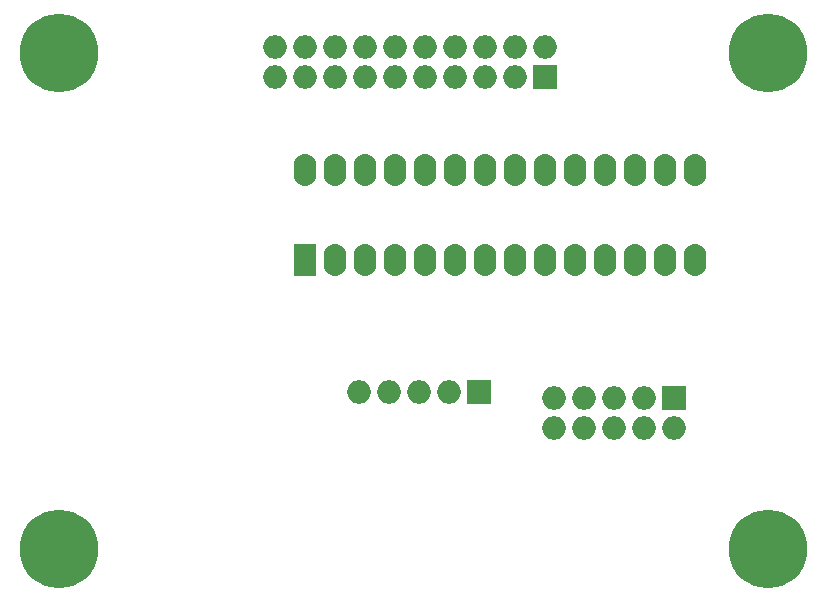
<source format=gbr>
G04 #@! TF.FileFunction,Soldermask,Bot*
%FSLAX46Y46*%
G04 Gerber Fmt 4.6, Leading zero omitted, Abs format (unit mm)*
G04 Created by KiCad (PCBNEW (after 2015-mar-04 BZR unknown)-product) date 5/3/2017 11:29:08 AM*
%MOMM*%
G01*
G04 APERTURE LIST*
%ADD10C,0.150000*%
%ADD11C,6.654800*%
%ADD12R,2.004800X2.004800*%
%ADD13O,2.004800X2.004800*%
%ADD14R,1.904800X2.704800*%
%ADD15O,1.904800X2.704800*%
G04 APERTURE END LIST*
D10*
D11*
X74000000Y-56000000D03*
D12*
X55118000Y-16002000D03*
D13*
X55118000Y-13462000D03*
X52578000Y-16002000D03*
X52578000Y-13462000D03*
X50038000Y-16002000D03*
X50038000Y-13462000D03*
X47498000Y-16002000D03*
X47498000Y-13462000D03*
X44958000Y-16002000D03*
X44958000Y-13462000D03*
X42418000Y-16002000D03*
X42418000Y-13462000D03*
X39878000Y-16002000D03*
X39878000Y-13462000D03*
X37338000Y-16002000D03*
X37338000Y-13462000D03*
X34798000Y-16002000D03*
X34798000Y-13462000D03*
X32258000Y-16002000D03*
X32258000Y-13462000D03*
D11*
X74000000Y-14000000D03*
X14000000Y-14000000D03*
X14000000Y-56000000D03*
D12*
X49530000Y-42672000D03*
D13*
X46990000Y-42672000D03*
X44450000Y-42672000D03*
X41910000Y-42672000D03*
X39370000Y-42672000D03*
D12*
X66040000Y-43180000D03*
D13*
X66040000Y-45720000D03*
X63500000Y-43180000D03*
X63500000Y-45720000D03*
X60960000Y-43180000D03*
X60960000Y-45720000D03*
X58420000Y-43180000D03*
X58420000Y-45720000D03*
X55880000Y-43180000D03*
X55880000Y-45720000D03*
D14*
X34798000Y-31496000D03*
D15*
X67818000Y-23876000D03*
X37338000Y-31496000D03*
X65278000Y-23876000D03*
X39878000Y-31496000D03*
X62738000Y-23876000D03*
X42418000Y-31496000D03*
X60198000Y-23876000D03*
X44958000Y-31496000D03*
X57658000Y-23876000D03*
X47498000Y-31496000D03*
X55118000Y-23876000D03*
X50038000Y-31496000D03*
X52578000Y-23876000D03*
X52578000Y-31496000D03*
X50038000Y-23876000D03*
X55118000Y-31496000D03*
X47498000Y-23876000D03*
X57658000Y-31496000D03*
X44958000Y-23876000D03*
X60198000Y-31496000D03*
X42418000Y-23876000D03*
X62738000Y-31496000D03*
X39878000Y-23876000D03*
X65278000Y-31496000D03*
X37338000Y-23876000D03*
X67818000Y-31496000D03*
X34798000Y-23876000D03*
M02*

</source>
